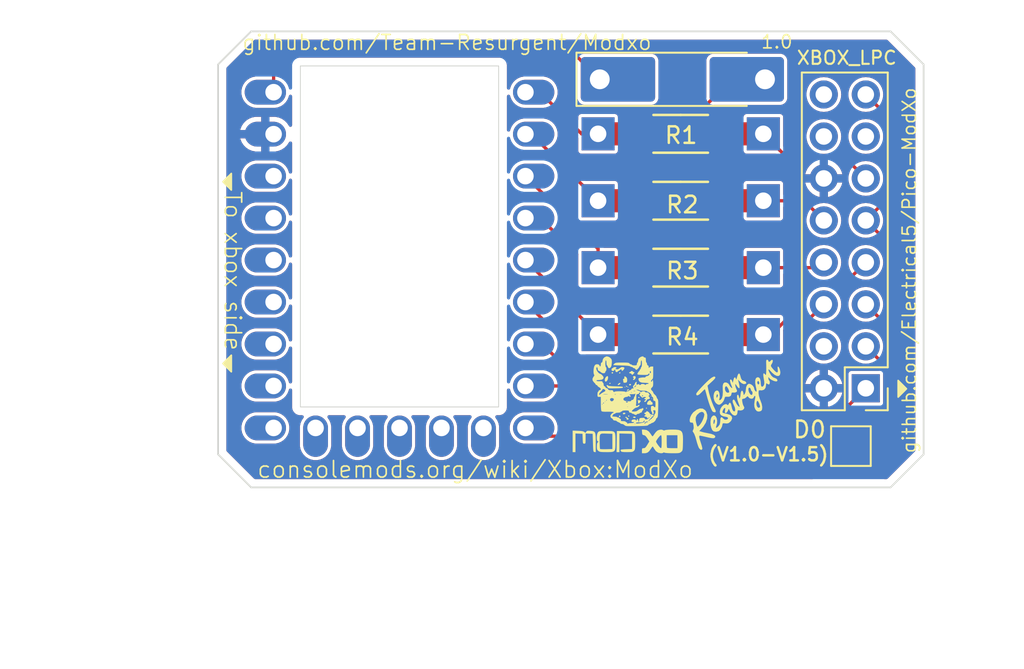
<source format=kicad_pcb>
(kicad_pcb (version 20240108) (generator "pcbnew") (generator_version "8.0")
  (title_block (title "Pico ModXo") (rev "1.0"))
  (layers (0 "F.Cu" signal) (31 "B.Cu" signal) (34 "B.Paste" user) (35 "F.Paste" user) (36 "B.SilkS" user "B.Silkscreen") (37 "F.SilkS" user "F.Silkscreen") (38 "B.Mask" user) (39 "F.Mask" user) (44 "Edge.Cuts" user))
  (net 0 "")
  (net 1 "Net-(D0-Pin_1)")
  (net 2 "Net-(D1-A)")
  (net 3 "Net-(U1-0)")
  (net 4 "Net-(U1-1)")
  (net 6 "+3.3V")
  (net 8 "GND")
  (net 9 "+5V")
  (net 10 "Net-(U1-2)")
  (net 11 "Net-(U1-3)")
  (net 12 "LAD0")
  (net 13 "LAD1")
  (net 14 "LAD2")
  (net 15 "LAD3")
  (net 16 "LRESET")
  (net 17 "LFRAME")
  (net 18 "LCLK")
  (footprint "Diode_SMD:D_MELF-RM10_Universal_Handsoldering" (layer "F.Cu") (at 164.8 45.3)
    (property "Reference" "D1" (hide yes))
    (property "Value" "RB551VM-30TE-17" (hide yes))
    (pad "1" thru_hole roundrect (at -5 0) (size 4.5 2.7) (drill 1.19888 (offset 1.1 0)) (layers "*.Cu" "*.Mask") (roundrect_rratio 0.0925925926) (net 9 "+5V"))
    (pad "2" thru_hole roundrect (at 5 0 180) (size 4.5 2.7) (drill 1.19888 (offset 1.1 0)) (layers "*.Cu" "*.Mask") (roundrect_rratio 0.0925925926) (net 2 "Net-(D1-A)"))
  )
  (footprint "xbox_lpc:xbox_lpc" (layer "F.Cu") (at 175.86 64.03)
    (property "Reference" "J1" (hide yes))
    (property "Value" "XBOX_LPC" (at -1.11 -20.03 0) (layer "F.SilkS") (effects (font (size 0.8 0.8) (thickness 0.125))))
    (pad "1" thru_hole rect (at 0.04 -0.03) (size 1.7 1.7) (drill 1) (layers "*.Cu" "*.Mask") (net 18 "LCLK"))
    (pad "2" thru_hole oval (at -2.5 -0.03) (size 1.7 1.7) (drill 1) (layers "*.Cu" "*.Mask") (net 8 "GND"))
    (pad "3" thru_hole oval (at 0.04 -2.57) (size 1.7 1.7) (drill 1) (layers "*.Cu" "*.Mask") (net 17 "LFRAME"))
    (pad "4" thru_hole oval (at -2.5 -2.57) (size 1.7 1.7) (drill 1) (layers "*.Cu" "*.Mask"))
    (pad "5" thru_hole oval (at 0.04 -5.11) (size 1.7 1.7) (drill 1) (layers "*.Cu" "*.Mask") (net 16 "LRESET"))
    (pad "6" thru_hole oval (at -2.5 -5.11) (size 1.7 1.7) (drill 1) (layers "*.Cu" "*.Mask") (net 2 "Net-(D1-A)"))
    (pad "7" thru_hole oval (at 0.04 -7.65) (size 1.7 1.7) (drill 1) (layers "*.Cu" "*.Mask") (net 15 "LAD3"))
    (pad "8" thru_hole oval (at -2.5 -7.65) (size 1.7 1.7) (drill 1) (layers "*.Cu" "*.Mask") (net 14 "LAD2"))
    (pad "9" thru_hole oval (at 0.04 -10.19) (size 1.7 1.7) (drill 1) (layers "*.Cu" "*.Mask") (net 6 "+3.3V"))
    (pad "10" thru_hole oval (at -2.5 -10.19) (size 1.7 1.7) (drill 1) (layers "*.Cu" "*.Mask") (net 13 "LAD1"))
    (pad "11" thru_hole oval (at 0.04 -12.73) (size 1.7 1.7) (drill 1) (layers "*.Cu" "*.Mask") (net 12 "LAD0"))
    (pad "12" thru_hole oval (at -2.5 -12.73) (size 1.7 1.7) (drill 1) (layers "*.Cu" "*.Mask") (net 8 "GND"))
    (pad "13" thru_hole oval (at 0.04 -15.27) (size 1.7 1.7) (drill 1) (layers "*.Cu" "*.Mask"))
    (pad "14" thru_hole oval (at -2.5 -15.27) (size 1.7 1.7) (drill 1) (layers "*.Cu" "*.Mask"))
    (pad "15" thru_hole oval (at 0.04 -17.81) (size 1.7 1.7) (drill 1) (layers "*.Cu" "*.Mask") (net 6 "+3.3V"))
    (pad "16" thru_hole oval (at -2.5 -17.81) (size 1.7 1.7) (drill 1) (layers "*.Cu" "*.Mask"))
  )
  (footprint "Resistors_Universal:Resistor_SMD+THTuniversal_1206_RM10_HandSoldering" (layer "F.Cu") (at 164.69874 48.6)
    (property "Reference" "R1" (at 0.02 0.09 0) (layer "F.SilkS"))
    (property "Value" "100Ω" (hide yes))
    (pad "1" thru_hole rect (at -5.00126 0) (size 1.99898 1.99898) (drill 1.00076) (layers "*.Cu" "*.Mask") (net 3 "Net-(U1-0)"))
    (pad "1" smd rect (at -2.60096 0) (size 2.99974 1.39954) (layers "F.Cu" "F.Paste" "F.Mask") (net 3 "Net-(U1-0)"))
    (pad "2" smd rect (at 2.60096 0) (size 2.99974 1.39954) (layers "F.Cu" "F.Paste" "F.Mask") (net 12 "LAD0"))
    (pad "2" thru_hole rect (at 5.00126 0) (size 1.99898 1.99898) (drill 1.00076) (layers "*.Cu" "*.Mask") (net 12 "LAD0"))
  )
  (footprint "Resistors_Universal:Resistor_SMD+THTuniversal_1206_RM10_HandSoldering" (layer "F.Cu") (at 164.69874 56.7)
    (property "Reference" "R3" (at 0.09906 0.19 0) (layer "F.SilkS"))
    (property "Value" "100Ω" (hide yes))
    (pad "1" thru_hole rect (at -5.00126 0) (size 1.99898 1.99898) (drill 1.00076) (layers "*.Cu" "*.Mask") (net 10 "Net-(U1-2)"))
    (pad "1" smd rect (at -2.60096 0) (size 2.99974 1.39954) (layers "F.Cu" "F.Paste" "F.Mask") (net 10 "Net-(U1-2)"))
    (pad "2" smd rect (at 2.60096 0) (size 2.99974 1.39954) (layers "F.Cu" "F.Paste" "F.Mask") (net 14 "LAD2"))
    (pad "2" thru_hole rect (at 5.00126 0) (size 1.99898 1.99898) (drill 1.00076) (layers "*.Cu" "*.Mask") (net 14 "LAD2"))
  )
  (footprint "Resistors_Universal:Resistor_SMD+THTuniversal_1206_RM10_HandSoldering" (layer "F.Cu") (at 164.69874 52.65)
    (property "Reference" "R2" (at 0.09906 0.24 0) (layer "F.SilkS"))
    (property "Value" "100Ω" (hide yes))
    (pad "1" thru_hole rect (at -5.00126 0) (size 1.99898 1.99898) (drill 1.00076) (layers "*.Cu" "*.Mask") (net 4 "Net-(U1-1)"))
    (pad "1" smd rect (at -2.60096 0) (size 2.99974 1.39954) (layers "F.Cu" "F.Paste" "F.Mask") (net 4 "Net-(U1-1)"))
    (pad "2" smd rect (at 2.60096 0) (size 2.99974 1.39954) (layers "F.Cu" "F.Paste" "F.Mask") (net 13 "LAD1"))
    (pad "2" thru_hole rect (at 5.00126 0) (size 1.99898 1.99898) (drill 1.00076) (layers "*.Cu" "*.Mask") (net 13 "LAD1"))
  )
  (footprint "xbox_lpc:team-resurgent" (layer "F.Cu") (at 168 65)
    (property "Reference" "G***" (hide yes))
    (property "Value" "LOGO" (hide yes))
  )
  (footprint "RP2040-Zero:rp2040-zero-tht" (layer "F.Cu") (at 147.68 56.24)
    (property "Reference" "U1" (hide yes))
    (property "Value" "rp2040-zero" (hide yes))
    (fp_rect (start -6 -11.75) (end 6 8.89) (stroke (width 0.05)) (fill none) (layer "Edge.Cuts"))
    (pad "1" thru_hole oval (at 7.62 -10.16 180) (size 2.5 1.5) (drill 1 (offset -0.5 0)) (layers "*.Cu" "*.Mask") (net 3 "Net-(U1-0)"))
    (pad "2" thru_hole oval (at 7.62 -7.62 180) (size 2.5 1.5) (drill 1 (offset -0.5 0)) (layers "*.Cu" "*.Mask") (net 4 "Net-(U1-1)"))
    (pad "3" thru_hole oval (at 7.62 -5.08 180) (size 2.5 1.5) (drill 1 (offset -0.5 0)) (layers "*.Cu" "*.Mask") (net 10 "Net-(U1-2)"))
    (pad "4" thru_hole oval (at 7.62 -2.54 180) (size 2.5 1.5) (drill 1 (offset -0.5 0)) (layers "*.Cu" "*.Mask") (net 11 "Net-(U1-3)"))
    (pad "5" thru_hole oval (at 7.62 0 180) (size 2.5 1.5) (drill 1 (offset -0.5 0)) (layers "*.Cu" "*.Mask") (net 18 "LCLK"))
    (pad "6" thru_hole oval (at 7.62 2.54 180) (size 2.5 1.5) (drill 1 (offset -0.5 0)) (layers "*.Cu" "*.Mask") (net 17 "LFRAME"))
    (pad "7" thru_hole oval (at 7.62 5.08 180) (size 2.5 1.5) (drill 1 (offset -0.5 0)) (layers "*.Cu" "*.Mask") (net 1 "Net-(D0-Pin_1)"))
    (pad "8" thru_hole oval (at 7.62 7.62 180) (size 2.5 1.5) (drill 1 (offset -0.5 0)) (layers "*.Cu" "*.Mask") (net 16 "LRESET"))
    (pad "9" thru_hole oval (at 7.62 10.16 180) (size 2.5 1.5) (drill 1 (offset -0.5 0)) (layers "*.Cu" "*.Mask") (net 6 "+3.3V"))
    (pad "10" thru_hole oval (at 5.08 10.16 90) (size 2.5 1.5) (drill 1 (offset -0.5 0)) (layers "*.Cu" "*.Mask"))
    (pad "11" thru_hole oval (at 2.54 10.16 90) (size 2.5 1.5) (drill 1 (offset -0.5 0)) (layers "*.Cu" "*.Mask"))
    (pad "12" thru_hole oval (at 0 10.16 90) (size 2.5 1.5) (drill 1 (offset -0.5 0)) (layers "*.Cu" "*.Mask"))
    (pad "13" thru_hole oval (at -2.54 10.16 90) (size 2.5 1.5) (drill 1 (offset -0.5 0)) (layers "*.Cu" "*.Mask"))
    (pad "14" thru_hole oval (at -5.08 10.16 90) (size 2.5 1.5) (drill 1 (offset -0.5 0)) (layers "*.Cu" "*.Mask"))
    (pad "15" thru_hole oval (at -7.62 10.16) (size 2.5 1.5) (drill 1 (offset -0.5 0)) (layers "*.Cu" "*.Mask"))
    (pad "16" thru_hole oval (at -7.62 7.62) (size 2.5 1.5) (drill 1 (offset -0.5 0)) (layers "*.Cu" "*.Mask"))
    (pad "17" thru_hole oval (at -7.62 5.08) (size 2.5 1.5) (drill 1 (offset -0.5 0)) (layers "*.Cu" "*.Mask"))
    (pad "18" thru_hole oval (at -7.62 2.54) (size 2.5 1.5) (drill 1 (offset -0.5 0)) (layers "*.Cu" "*.Mask"))
    (pad "19" thru_hole oval (at -7.62 0) (size 2.5 1.5) (drill 1 (offset -0.5 0)) (layers "*.Cu" "*.Mask"))
    (pad "20" thru_hole oval (at -7.62 -2.54) (size 2.5 1.5) (drill 1 (offset -0.5 0)) (layers "*.Cu" "*.Mask"))
    (pad "21" thru_hole oval (at -7.62 -5.08) (size 2.5 1.5) (drill 1 (offset -0.5 0)) (layers "*.Cu" "*.Mask"))
    (pad "22" thru_hole oval (at -7.62 -7.62) (size 2.5 1.5) (drill 1 (offset -0.5 0)) (layers "*.Cu" "*.Mask") (net 8 "GND"))
    (pad "23" thru_hole oval (at -7.62 -10.16) (size 2.5 1.5) (drill 1 (offset -0.5 0)) (layers "*.Cu" "*.Mask") (net 9 "+5V"))
  )
  (footprint "Resistors_Universal:Resistor_SMD+THTuniversal_1206_RM10_HandSoldering" (layer "F.Cu") (at 164.69874 60.75)
    (property "Reference" "R4" (at 0.09906 0.14 0) (layer "F.SilkS"))
    (property "Value" "100Ω" (hide yes))
    (pad "1" thru_hole rect (at -5.00126 0) (size 1.99898 1.99898) (drill 1.00076) (layers "*.Cu" "*.Mask") (net 11 "Net-(U1-3)"))
    (pad "1" smd rect (at -2.60096 0) (size 2.99974 1.39954) (layers "F.Cu" "F.Paste" "F.Mask") (net 11 "Net-(U1-3)"))
    (pad "2" smd rect (at 2.60096 0) (size 2.99974 1.39954) (layers "F.Cu" "F.Paste" "F.Mask") (net 15 "LAD3"))
    (pad "2" thru_hole rect (at 5.00126 0) (size 1.99898 1.99898) (drill 1.00076) (layers "*.Cu" "*.Mask") (net 15 "LAD3"))
  )
  (footprint "TestPoint:TestPoint_Pad_2.0x2.0mm" (layer "F.Cu") (at 175 67.5)
    (property "Reference" "D0" (at -2.5 -1 0) (layer "F.SilkS"))
    (property "Value" "(V1.0-V1.5)" (at -5 0.5 0) (layer "F.SilkS") (effects (font (size 0.8 0.8))))
    (pad "1" smd rect (at 0 0) (size 2 2) (layers "F.Cu" "F.Mask") (net 1 "Net-(D0-Pin_1)"))
  )
  (footprint "xbox_lpc:modxo-logo" (layer "F.Cu") (at 161.5 65)
    (property "Reference" "G***" (hide yes))
    (property "Value" "LOGO" (hide yes))
  )
  (gr_poly (pts (xy 137.5 63) (xy 137.5 62) (xy 137 62.5)) (stroke (width 0.1)) (fill solid) (layer "F.SilkS"))
  (gr_poly (pts (xy 137.5 52) (xy 137.5 51) (xy 137 51.5)) (stroke (width 0.1)) (fill solid) (layer "F.SilkS"))
  (gr_line (start 179.4 68) (end 179.4 44.4) (stroke (width 0.1)) (layer "Edge.Cuts"))
  (gr_line (start 177.4 70) (end 179.4 68) (stroke (width 0.1)) (layer "Edge.Cuts"))
  (gr_line (start 136.7 68) (end 136.7 44.4) (stroke (width 0.1)) (layer "Edge.Cuts"))
  (gr_line (start 138.7 70) (end 177.4 70) (stroke (width 0.1)) (layer "Edge.Cuts"))
  (gr_line (start 138.7 42.4) (end 177.4 42.4) (stroke (width 0.1)) (layer "Edge.Cuts"))
  (gr_line (start 136.7 44.4) (end 138.7 42.4) (stroke (width 0.1)) (layer "Edge.Cuts"))
  (gr_line (start 138.7 70) (end 136.7 68) (stroke (width 0.1)) (layer "Edge.Cuts"))
  (gr_line (start 179.4 44.4) (end 177.4 42.4) (stroke (width 0.1)) (layer "Edge.Cuts"))
  (gr_text "To xbox side" (at 137 52 270) (layer "F.SilkS") (effects (font (size 1 1) (thickness 0.1)) (justify left bottom)))
  (gr_text "consolemods.org/wiki/Xbox:ModXo" (at 139 69.5 0) (layer "F.SilkS") (effects (font (size 1 1) (thickness 0.1)) (justify left bottom)))
  (gr_text "github.com/Electrical5/Pico-ModXo" (at 179 68 90) (layer "F.SilkS") (effects (font (size 0.8 0.8) (thickness 0.1)) (justify left bottom)))
  (gr_text "${REVISION}" (at 169.5 43.5 0) (layer "F.SilkS") (effects (font (size 0.8 0.8) (thickness 0.1)) (justify left bottom)))
  (gr_text "github.com/Team-Resurgent/Modxo" (at 138.1 43.6 0) (layer "F.SilkS") (effects (font (size 0.9 0.9) (thickness 0.1)) (justify left bottom)))
  (segment (start 156.32 61.32) (end 161 66) (width 0.2) (layer "F.Cu") (net 1))
  (segment (start 155.3 61.32) (end 156.32 61.32) (width 0.2) (layer "F.Cu") (net 1))
  (segment (start 173 66) (end 174.5 67.5) (width 0.2) (layer "F.Cu") (net 1))
  (segment (start 161 66) (end 173 66) (width 0.2) (layer "F.Cu") (net 1))
  (segment (start 170.99949 60.50051) (end 171.43 60.07) (width 0.2) (layer "F.Cu") (net 2))
  (segment (start 170.99949 62.04949) (end 170.99949 60.50051) (width 0.2) (layer "F.Cu") (net 2))
  (segment (start 169.8 45.3) (end 167.80006 45.3) (width 0.2) (layer "F.Cu") (net 2))
  (segment (start 167.80006 45.3) (end 164.5 48.60006) (width 0.2) (layer "F.Cu") (net 2))
  (segment (start 164.5 48.60006) (end 164.5 60.74994) (width 0.2) (layer "F.Cu") (net 2))
  (segment (start 171.43 60.07) (end 172.21 60.07) (width 0.2) (layer "F.Cu") (net 2))
  (segment (start 164.5 60.74994) (end 165.79955 62.04949) (width 0.2) (layer "F.Cu") (net 2))
  (segment (start 165.79955 62.04949) (end 170.99949 62.04949) (width 0.2) (layer "F.Cu") (net 2))
  (segment (start 172.21 60.07) (end 173.36 58.92) (width 0.2) (layer "F.Cu") (net 2))
  (segment (start 156.18 46.08) (end 158.7 48.6) (width 0.2) (layer "F.Cu") (net 3))
  (segment (start 155.3 46.08) (end 156.18 46.08) (width 0.2) (layer "F.Cu") (net 3))
  (segment (start 158.7 48.6) (end 159.69748 48.6) (width 0.2) (layer "F.Cu") (net 3))
  (segment (start 155.3 48.62) (end 155.66748 48.62) (width 0.2) (layer "F.Cu") (net 4))
  (segment (start 155.66748 48.62) (end 159.69748 52.65) (width 0.2) (layer "F.Cu") (net 4))
  (segment (start 177.9 67.965686) (end 177.9 55.84) (width 0.2) (layer "F.Cu") (net 6))
  (segment (start 177.05 47.37) (end 175.9 46.22) (width 0.2) (layer "F.Cu") (net 6))
  (segment (start 177.05 52.69) (end 177.05 47.37) (width 0.2) (layer "F.Cu") (net 6))
  (segment (start 175.9 53.84) (end 177.05 52.69) (width 0.2) (layer "F.Cu") (net 6))
  (segment (start 177.9 55.84) (end 175.9 53.84) (width 0.2) (layer "F.Cu") (net 6))
  (segment (start 155.8 66.9) (end 170.734314 66.9) (width 0.2) (layer "F.Cu") (net 6))
  (segment (start 176.665686 69.2) (end 177.9 67.965686) (width 0.2) (layer "F.Cu") (net 6))
  (segment (start 170.734314 66.9) (end 173.034314 69.2) (width 0.2) (layer "F.Cu") (net 6))
  (segment (start 173.034314 69.2) (end 176.665686 69.2) (width 0.2) (layer "F.Cu") (net 6))
  (segment (start 155.3 66.4) (end 155.8 66.9) (width 0.2) (layer "F.Cu") (net 6))
  (segment (start 158.39 43.89) (end 140.86 43.89) (width 0.2) (layer "F.Cu") (net 9))
  (segment (start 140.06 44.69) (end 140.06 46.08) (width 0.2) (layer "F.Cu") (net 9))
  (segment (start 159.8 45.3) (end 158.39 43.89) (width 0.2) (layer "F.Cu") (net 9))
  (segment (start 140.86 43.89) (end 140.06 44.69) (width 0.2) (layer "F.Cu") (net 9))
  (segment (start 155.3 51.16) (end 159.69748 55.55748) (width 0.2) (layer "F.Cu") (net 10))
  (segment (start 159.69748 55.55748) (end 159.69748 56.7) (width 0.2) (layer "F.Cu") (net 10))
  (segment (start 156.2 53.7) (end 158.39799 55.89799) (width 0.2) (layer "F.Cu") (net 11))
  (segment (start 158.39799 55.89799) (end 158.39799 59.45051) (width 0.2) (layer "F.Cu") (net 11))
  (segment (start 158.39799 59.45051) (end 159.69748 60.75) (width 0.2) (layer "F.Cu") (net 11))
  (segment (start 155.3 53.7) (end 156.2 53.7) (width 0.2) (layer "F.Cu") (net 11))
  (segment (start 174.51 49.91) (end 175.9 51.3) (width 0.2) (layer "F.Cu") (net 12))
  (segment (start 169.7 48.6) (end 171.01 49.91) (width 0.2) (layer "F.Cu") (net 12))
  (segment (start 171.01 49.91) (end 174.51 49.91) (width 0.2) (layer "F.Cu") (net 12))
  (segment (start 172.17 52.65) (end 173.36 53.84) (width 0.2) (layer "F.Cu") (net 13))
  (segment (start 169.7 52.65) (end 172.17 52.65) (width 0.2) (layer "F.Cu") (net 13))
  (segment (start 173.04 56.7) (end 173.36 56.38) (width 0.2) (layer "F.Cu") (net 14))
  (segment (start 169.7 56.7) (end 173.04 56.7) (width 0.2) (layer "F.Cu") (net 14))
  (segment (start 170.59949 60.75) (end 170.59949 60.334824) (width 0.2) (layer "F.Cu") (net 15))
  (segment (start 171.264314 59.67) (end 172.044314 59.67) (width 0.2) (layer "F.Cu") (net 15))
  (segment (start 174.51 57.77) (end 175.9 56.38) (width 0.2) (layer "F.Cu") (net 15))
  (segment (start 172.044314 59.67) (end 172.044314 58.60934) (width 0.2) (layer "F.Cu") (net 15))
  (segment (start 172.044314 58.60934) (end 172.883654 57.77) (width 0.2) (layer "F.Cu") (net 15))
  (segment (start 169.7 60.75) (end 170.59949 60.75) (width 0.2) (layer "F.Cu") (net 15))
  (segment (start 170.59949 60.334824) (end 171.264314 59.67) (width 0.2) (layer "F.Cu") (net 15))
  (segment (start 172.883654 57.77) (end 174.51 57.77) (width 0.2) (layer "F.Cu") (net 15))
  (segment (start 170.9 66.5) (end 173.2 68.8) (width 0.2) (layer "F.Cu") (net 16))
  (segment (start 155.3 63.86) (end 158.294314 63.86) (width 0.2) (layer "F.Cu") (net 16))
  (segment (start 160.934314 66.5) (end 170.9 66.5) (width 0.2) (layer "F.Cu") (net 16))
  (segment (start 177.5 67.8) (end 177.5 60.52) (width 0.2) (layer "F.Cu") (net 16))
  (segment (start 173.2 68.8) (end 176.5 68.8) (width 0.2) (layer "F.Cu") (net 16))
  (segment (start 176.5 68.8) (end 177.5 67.8) (width 0.2) (layer "F.Cu") (net 16))
  (segment (start 177.5 60.52) (end 175.9 58.92) (width 0.2) (layer "F.Cu") (net 16))
  (segment (start 158.294314 63.86) (end 160.934314 66.5) (width 0.2) (layer "F.Cu") (net 16))
  (segment (start 157.35 60.83) (end 157.35 61.754924) (width 0.2) (layer "F.Cu") (net 17))
  (segment (start 177.05 65.15) (end 177.05 62.61) (width 0.2) (layer "F.Cu") (net 17))
  (segment (start 161.195076 65.6) (end 176.6 65.6) (width 0.2) (layer "F.Cu") (net 17))
  (segment (start 157.35 61.754924) (end 161.195076 65.6) (width 0.2) (layer "F.Cu") (net 17))
  (segment (start 177.05 62.61) (end 175.9 61.46) (width 0.2) (layer "F.Cu") (net 17))
  (segment (start 155.3 58.78) (end 157.35 60.83) (width 0.2) (layer "F.Cu") (net 17))
  (segment (start 176.6 65.6) (end 177.05 65.15) (width 0.2) (layer "F.Cu") (net 17))
  (segment (start 157.99799 58.93799) (end 157.99799 61.64949) (width 0.2) (layer "F.Cu") (net 18))
  (segment (start 161.5485 65.2) (end 174.7 65.2) (width 0.2) (layer "F.Cu") (net 18))
  (segment (start 174.7 65.2) (end 175.9 64) (width 0.2) (layer "F.Cu") (net 18))
  (segment (start 157.99799 61.64949) (end 161.5485 65.2) (width 0.2) (layer "F.Cu") (net 18))
  (segment (start 155.3 56.24) (end 157.99799 58.93799) (width 0.2) (layer "F.Cu") (net 18))
  (zone (net 8) (net_name "GND") (layers "F&B.Cu") (connect_pads (clearance 0.1)) (min_thickness 0.2) (fill yes (thermal_gap 0.3) (thermal_bridge_width 0.5))
    (polygon (pts (xy 123.5 40.5) (xy 123.5 81) (xy 185.5 81) (xy 185.5 40.5)))
  )
)
</source>
